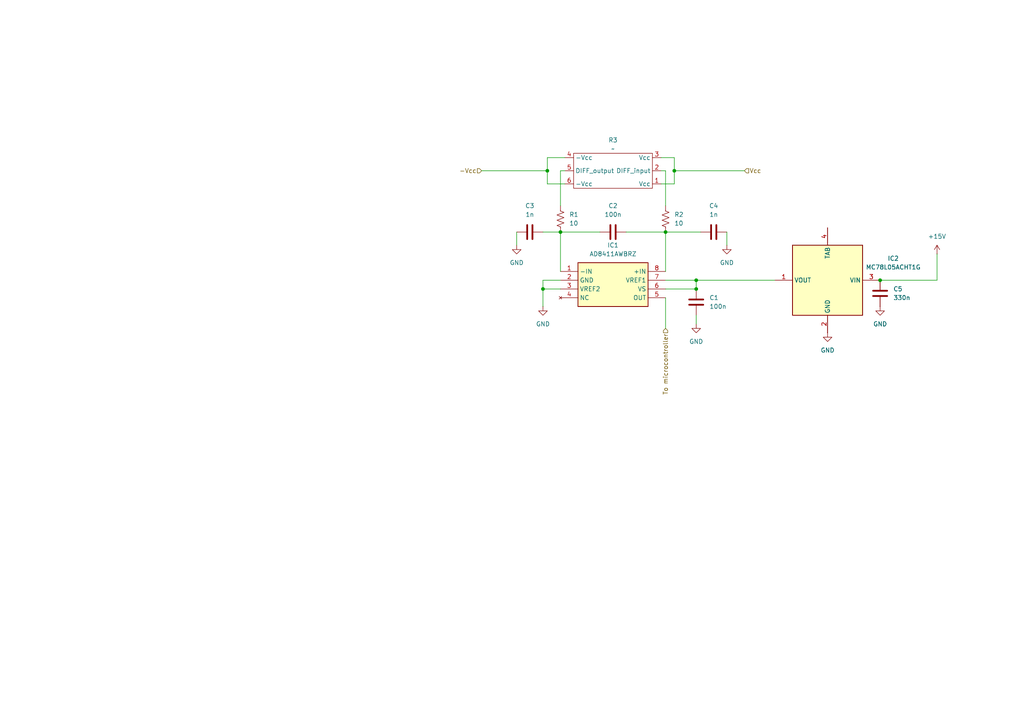
<source format=kicad_sch>
(kicad_sch
	(version 20231120)
	(generator "eeschema")
	(generator_version "8.0")
	(uuid "a939a8bf-2143-48d8-899a-a4763b80c351")
	(paper "A4")
	(lib_symbols
		(symbol "AD8411AWBRZ:AD8411AWBRZ"
			(exclude_from_sim no)
			(in_bom yes)
			(on_board yes)
			(property "Reference" "IC"
				(at 26.67 7.62 0)
				(effects
					(font
						(size 1.27 1.27)
					)
					(justify left top)
				)
			)
			(property "Value" "AD8411AWBRZ"
				(at 26.67 5.08 0)
				(effects
					(font
						(size 1.27 1.27)
					)
					(justify left top)
				)
			)
			(property "Footprint" "SOIC127P600X175-8N"
				(at 26.67 -94.92 0)
				(effects
					(font
						(size 1.27 1.27)
					)
					(justify left top)
					(hide yes)
				)
			)
			(property "Datasheet" "https://www.analog.com/AD8411A/datasheet"
				(at 26.67 -194.92 0)
				(effects
					(font
						(size 1.27 1.27)
					)
					(justify left top)
					(hide yes)
				)
			)
			(property "Description" "-2 V to 70 V Wide Input Voltage Range, 2.7 MHz High Bandwidth, Current-Sense Amplifier with PWM Rejection and Gain 50 V/V"
				(at 0 0 0)
				(effects
					(font
						(size 1.27 1.27)
					)
					(hide yes)
				)
			)
			(property "Height" "1.75"
				(at 26.67 -394.92 0)
				(effects
					(font
						(size 1.27 1.27)
					)
					(justify left top)
					(hide yes)
				)
			)
			(property "Mouser Part Number" "584-AD8411AWBRZ"
				(at 26.67 -494.92 0)
				(effects
					(font
						(size 1.27 1.27)
					)
					(justify left top)
					(hide yes)
				)
			)
			(property "Mouser Price/Stock" "https://www.mouser.co.uk/ProductDetail/Analog-Devices/AD8411AWBRZ?qs=Imq1NPwxi74eLUvkKTngDw%3D%3D"
				(at 26.67 -594.92 0)
				(effects
					(font
						(size 1.27 1.27)
					)
					(justify left top)
					(hide yes)
				)
			)
			(property "Manufacturer_Name" "Analog Devices"
				(at 26.67 -694.92 0)
				(effects
					(font
						(size 1.27 1.27)
					)
					(justify left top)
					(hide yes)
				)
			)
			(property "Manufacturer_Part_Number" "AD8411AWBRZ"
				(at 26.67 -794.92 0)
				(effects
					(font
						(size 1.27 1.27)
					)
					(justify left top)
					(hide yes)
				)
			)
			(symbol "AD8411AWBRZ_1_1"
				(rectangle
					(start 5.08 2.54)
					(end 25.4 -10.16)
					(stroke
						(width 0.254)
						(type default)
					)
					(fill
						(type background)
					)
				)
				(pin passive line
					(at 0 0 0)
					(length 5.08)
					(name "-IN"
						(effects
							(font
								(size 1.27 1.27)
							)
						)
					)
					(number "1"
						(effects
							(font
								(size 1.27 1.27)
							)
						)
					)
				)
				(pin passive line
					(at 0 -2.54 0)
					(length 5.08)
					(name "GND"
						(effects
							(font
								(size 1.27 1.27)
							)
						)
					)
					(number "2"
						(effects
							(font
								(size 1.27 1.27)
							)
						)
					)
				)
				(pin passive line
					(at 0 -5.08 0)
					(length 5.08)
					(name "VREF2"
						(effects
							(font
								(size 1.27 1.27)
							)
						)
					)
					(number "3"
						(effects
							(font
								(size 1.27 1.27)
							)
						)
					)
				)
				(pin no_connect line
					(at 0 -7.62 0)
					(length 5.08)
					(name "NC"
						(effects
							(font
								(size 1.27 1.27)
							)
						)
					)
					(number "4"
						(effects
							(font
								(size 1.27 1.27)
							)
						)
					)
				)
				(pin passive line
					(at 30.48 -7.62 180)
					(length 5.08)
					(name "OUT"
						(effects
							(font
								(size 1.27 1.27)
							)
						)
					)
					(number "5"
						(effects
							(font
								(size 1.27 1.27)
							)
						)
					)
				)
				(pin passive line
					(at 30.48 -5.08 180)
					(length 5.08)
					(name "VS"
						(effects
							(font
								(size 1.27 1.27)
							)
						)
					)
					(number "6"
						(effects
							(font
								(size 1.27 1.27)
							)
						)
					)
				)
				(pin passive line
					(at 30.48 -2.54 180)
					(length 5.08)
					(name "VREF1"
						(effects
							(font
								(size 1.27 1.27)
							)
						)
					)
					(number "7"
						(effects
							(font
								(size 1.27 1.27)
							)
						)
					)
				)
				(pin passive line
					(at 30.48 0 180)
					(length 5.08)
					(name "+IN"
						(effects
							(font
								(size 1.27 1.27)
							)
						)
					)
					(number "8"
						(effects
							(font
								(size 1.27 1.27)
							)
						)
					)
				)
			)
		)
		(symbol "Device:C"
			(pin_numbers hide)
			(pin_names
				(offset 0.254)
			)
			(exclude_from_sim no)
			(in_bom yes)
			(on_board yes)
			(property "Reference" "C"
				(at 0.635 2.54 0)
				(effects
					(font
						(size 1.27 1.27)
					)
					(justify left)
				)
			)
			(property "Value" "C"
				(at 0.635 -2.54 0)
				(effects
					(font
						(size 1.27 1.27)
					)
					(justify left)
				)
			)
			(property "Footprint" ""
				(at 0.9652 -3.81 0)
				(effects
					(font
						(size 1.27 1.27)
					)
					(hide yes)
				)
			)
			(property "Datasheet" "~"
				(at 0 0 0)
				(effects
					(font
						(size 1.27 1.27)
					)
					(hide yes)
				)
			)
			(property "Description" "Unpolarized capacitor"
				(at 0 0 0)
				(effects
					(font
						(size 1.27 1.27)
					)
					(hide yes)
				)
			)
			(property "ki_keywords" "cap capacitor"
				(at 0 0 0)
				(effects
					(font
						(size 1.27 1.27)
					)
					(hide yes)
				)
			)
			(property "ki_fp_filters" "C_*"
				(at 0 0 0)
				(effects
					(font
						(size 1.27 1.27)
					)
					(hide yes)
				)
			)
			(symbol "C_0_1"
				(polyline
					(pts
						(xy -2.032 -0.762) (xy 2.032 -0.762)
					)
					(stroke
						(width 0.508)
						(type default)
					)
					(fill
						(type none)
					)
				)
				(polyline
					(pts
						(xy -2.032 0.762) (xy 2.032 0.762)
					)
					(stroke
						(width 0.508)
						(type default)
					)
					(fill
						(type none)
					)
				)
			)
			(symbol "C_1_1"
				(pin passive line
					(at 0 3.81 270)
					(length 2.794)
					(name "~"
						(effects
							(font
								(size 1.27 1.27)
							)
						)
					)
					(number "1"
						(effects
							(font
								(size 1.27 1.27)
							)
						)
					)
				)
				(pin passive line
					(at 0 -3.81 90)
					(length 2.794)
					(name "~"
						(effects
							(font
								(size 1.27 1.27)
							)
						)
					)
					(number "2"
						(effects
							(font
								(size 1.27 1.27)
							)
						)
					)
				)
			)
		)
		(symbol "Device:R_US"
			(pin_numbers hide)
			(pin_names
				(offset 0)
			)
			(exclude_from_sim no)
			(in_bom yes)
			(on_board yes)
			(property "Reference" "R"
				(at 2.54 0 90)
				(effects
					(font
						(size 1.27 1.27)
					)
				)
			)
			(property "Value" "R_US"
				(at -2.54 0 90)
				(effects
					(font
						(size 1.27 1.27)
					)
				)
			)
			(property "Footprint" ""
				(at 1.016 -0.254 90)
				(effects
					(font
						(size 1.27 1.27)
					)
					(hide yes)
				)
			)
			(property "Datasheet" "~"
				(at 0 0 0)
				(effects
					(font
						(size 1.27 1.27)
					)
					(hide yes)
				)
			)
			(property "Description" "Resistor, US symbol"
				(at 0 0 0)
				(effects
					(font
						(size 1.27 1.27)
					)
					(hide yes)
				)
			)
			(property "ki_keywords" "R res resistor"
				(at 0 0 0)
				(effects
					(font
						(size 1.27 1.27)
					)
					(hide yes)
				)
			)
			(property "ki_fp_filters" "R_*"
				(at 0 0 0)
				(effects
					(font
						(size 1.27 1.27)
					)
					(hide yes)
				)
			)
			(symbol "R_US_0_1"
				(polyline
					(pts
						(xy 0 -2.286) (xy 0 -2.54)
					)
					(stroke
						(width 0)
						(type default)
					)
					(fill
						(type none)
					)
				)
				(polyline
					(pts
						(xy 0 2.286) (xy 0 2.54)
					)
					(stroke
						(width 0)
						(type default)
					)
					(fill
						(type none)
					)
				)
				(polyline
					(pts
						(xy 0 -0.762) (xy 1.016 -1.143) (xy 0 -1.524) (xy -1.016 -1.905) (xy 0 -2.286)
					)
					(stroke
						(width 0)
						(type default)
					)
					(fill
						(type none)
					)
				)
				(polyline
					(pts
						(xy 0 0.762) (xy 1.016 0.381) (xy 0 0) (xy -1.016 -0.381) (xy 0 -0.762)
					)
					(stroke
						(width 0)
						(type default)
					)
					(fill
						(type none)
					)
				)
				(polyline
					(pts
						(xy 0 2.286) (xy 1.016 1.905) (xy 0 1.524) (xy -1.016 1.143) (xy 0 0.762)
					)
					(stroke
						(width 0)
						(type default)
					)
					(fill
						(type none)
					)
				)
			)
			(symbol "R_US_1_1"
				(pin passive line
					(at 0 3.81 270)
					(length 1.27)
					(name "~"
						(effects
							(font
								(size 1.27 1.27)
							)
						)
					)
					(number "1"
						(effects
							(font
								(size 1.27 1.27)
							)
						)
					)
				)
				(pin passive line
					(at 0 -3.81 90)
					(length 1.27)
					(name "~"
						(effects
							(font
								(size 1.27 1.27)
							)
						)
					)
					(number "2"
						(effects
							(font
								(size 1.27 1.27)
							)
						)
					)
				)
			)
		)
		(symbol "MC78L05ACHT1G:MC78L05ACHT1G"
			(exclude_from_sim no)
			(in_bom yes)
			(on_board yes)
			(property "Reference" "IC"
				(at 26.67 15.24 0)
				(effects
					(font
						(size 1.27 1.27)
					)
					(justify left top)
				)
			)
			(property "Value" "MC78L05ACHT1G"
				(at 26.67 12.7 0)
				(effects
					(font
						(size 1.27 1.27)
					)
					(justify left top)
				)
			)
			(property "Footprint" "MC78L05ACHX_1"
				(at 26.67 -87.3 0)
				(effects
					(font
						(size 1.27 1.27)
					)
					(justify left top)
					(hide yes)
				)
			)
			(property "Datasheet" "https://www.onsemi.com/pub/Collateral/MC78L00A-D.PDF"
				(at 26.67 -187.3 0)
				(effects
					(font
						(size 1.27 1.27)
					)
					(justify left top)
					(hide yes)
				)
			)
			(property "Description" "Linear Voltage Regulators ANA 100MA 5V VREG"
				(at 0 0 0)
				(effects
					(font
						(size 1.27 1.27)
					)
					(hide yes)
				)
			)
			(property "Height" ""
				(at 26.67 -387.3 0)
				(effects
					(font
						(size 1.27 1.27)
					)
					(justify left top)
					(hide yes)
				)
			)
			(property "Farnell Part Number" ""
				(at 26.67 -487.3 0)
				(effects
					(font
						(size 1.27 1.27)
					)
					(justify left top)
					(hide yes)
				)
			)
			(property "Farnell Price/Stock" ""
				(at 26.67 -587.3 0)
				(effects
					(font
						(size 1.27 1.27)
					)
					(justify left top)
					(hide yes)
				)
			)
			(property "Manufacturer_Name" "onsemi"
				(at 26.67 -687.3 0)
				(effects
					(font
						(size 1.27 1.27)
					)
					(justify left top)
					(hide yes)
				)
			)
			(property "Manufacturer_Part_Number" "MC78L05ACHT1G"
				(at 26.67 -787.3 0)
				(effects
					(font
						(size 1.27 1.27)
					)
					(justify left top)
					(hide yes)
				)
			)
			(symbol "MC78L05ACHT1G_1_1"
				(rectangle
					(start 5.08 10.16)
					(end 25.4 -10.16)
					(stroke
						(width 0.254)
						(type default)
					)
					(fill
						(type background)
					)
				)
				(pin passive line
					(at 0 0 0)
					(length 5.08)
					(name "VOUT"
						(effects
							(font
								(size 1.27 1.27)
							)
						)
					)
					(number "1"
						(effects
							(font
								(size 1.27 1.27)
							)
						)
					)
				)
				(pin passive line
					(at 15.24 -15.24 90)
					(length 5.08)
					(name "GND"
						(effects
							(font
								(size 1.27 1.27)
							)
						)
					)
					(number "2"
						(effects
							(font
								(size 1.27 1.27)
							)
						)
					)
				)
				(pin passive line
					(at 30.48 0 180)
					(length 5.08)
					(name "VIN"
						(effects
							(font
								(size 1.27 1.27)
							)
						)
					)
					(number "3"
						(effects
							(font
								(size 1.27 1.27)
							)
						)
					)
				)
				(pin passive line
					(at 15.24 15.24 270)
					(length 5.08)
					(name "TAB"
						(effects
							(font
								(size 1.27 1.27)
							)
						)
					)
					(number "4"
						(effects
							(font
								(size 1.27 1.27)
							)
						)
					)
				)
			)
		)
		(symbol "R_m_schematic_Library:Rm"
			(exclude_from_sim no)
			(in_bom yes)
			(on_board yes)
			(property "Reference" "R"
				(at 0 8.636 0)
				(effects
					(font
						(size 1.27 1.27)
					)
				)
			)
			(property "Value" ""
				(at 0 0 0)
				(effects
					(font
						(size 1.27 1.27)
					)
				)
			)
			(property "Footprint" ""
				(at 0 0 0)
				(effects
					(font
						(size 1.27 1.27)
					)
					(hide yes)
				)
			)
			(property "Datasheet" ""
				(at 0 0 0)
				(effects
					(font
						(size 1.27 1.27)
					)
					(hide yes)
				)
			)
			(property "Description" ""
				(at 0 0 0)
				(effects
					(font
						(size 1.27 1.27)
					)
					(hide yes)
				)
			)
			(symbol "Rm_1_1"
				(rectangle
					(start -11.43 11.43)
					(end 11.43 1.27)
					(stroke
						(width 0)
						(type default)
					)
					(fill
						(type none)
					)
				)
				(pin bidirectional line
					(at -13.97 10.16 0)
					(length 2.54)
					(name "Vcc"
						(effects
							(font
								(size 1.27 1.27)
							)
						)
					)
					(number "1"
						(effects
							(font
								(size 1.27 1.27)
							)
						)
					)
				)
				(pin bidirectional line
					(at -13.97 6.35 0)
					(length 2.54)
					(name "DIFF_input"
						(effects
							(font
								(size 1.27 1.27)
							)
						)
					)
					(number "2"
						(effects
							(font
								(size 1.27 1.27)
							)
						)
					)
				)
				(pin bidirectional line
					(at -13.97 2.54 0)
					(length 2.54)
					(name "Vcc"
						(effects
							(font
								(size 1.27 1.27)
							)
						)
					)
					(number "3"
						(effects
							(font
								(size 1.27 1.27)
							)
						)
					)
				)
				(pin bidirectional line
					(at 13.97 2.54 180)
					(length 2.54)
					(name "-Vcc"
						(effects
							(font
								(size 1.27 1.27)
							)
						)
					)
					(number "4"
						(effects
							(font
								(size 1.27 1.27)
							)
						)
					)
				)
				(pin bidirectional line
					(at 13.97 6.35 180)
					(length 2.54)
					(name "DIFF_output"
						(effects
							(font
								(size 1.27 1.27)
							)
						)
					)
					(number "5"
						(effects
							(font
								(size 1.27 1.27)
							)
						)
					)
				)
				(pin bidirectional line
					(at 13.97 10.16 180)
					(length 2.54)
					(name "-Vcc"
						(effects
							(font
								(size 1.27 1.27)
							)
						)
					)
					(number "6"
						(effects
							(font
								(size 1.27 1.27)
							)
						)
					)
				)
			)
		)
		(symbol "power:+15V"
			(power)
			(pin_numbers hide)
			(pin_names
				(offset 0) hide)
			(exclude_from_sim no)
			(in_bom yes)
			(on_board yes)
			(property "Reference" "#PWR"
				(at 0 -3.81 0)
				(effects
					(font
						(size 1.27 1.27)
					)
					(hide yes)
				)
			)
			(property "Value" "+15V"
				(at 0 3.556 0)
				(effects
					(font
						(size 1.27 1.27)
					)
				)
			)
			(property "Footprint" ""
				(at 0 0 0)
				(effects
					(font
						(size 1.27 1.27)
					)
					(hide yes)
				)
			)
			(property "Datasheet" ""
				(at 0 0 0)
				(effects
					(font
						(size 1.27 1.27)
					)
					(hide yes)
				)
			)
			(property "Description" "Power symbol creates a global label with name \"+15V\""
				(at 0 0 0)
				(effects
					(font
						(size 1.27 1.27)
					)
					(hide yes)
				)
			)
			(property "ki_keywords" "global power"
				(at 0 0 0)
				(effects
					(font
						(size 1.27 1.27)
					)
					(hide yes)
				)
			)
			(symbol "+15V_0_1"
				(polyline
					(pts
						(xy -0.762 1.27) (xy 0 2.54)
					)
					(stroke
						(width 0)
						(type default)
					)
					(fill
						(type none)
					)
				)
				(polyline
					(pts
						(xy 0 0) (xy 0 2.54)
					)
					(stroke
						(width 0)
						(type default)
					)
					(fill
						(type none)
					)
				)
				(polyline
					(pts
						(xy 0 2.54) (xy 0.762 1.27)
					)
					(stroke
						(width 0)
						(type default)
					)
					(fill
						(type none)
					)
				)
			)
			(symbol "+15V_1_1"
				(pin power_in line
					(at 0 0 90)
					(length 0)
					(name "~"
						(effects
							(font
								(size 1.27 1.27)
							)
						)
					)
					(number "1"
						(effects
							(font
								(size 1.27 1.27)
							)
						)
					)
				)
			)
		)
		(symbol "power:GND"
			(power)
			(pin_numbers hide)
			(pin_names
				(offset 0) hide)
			(exclude_from_sim no)
			(in_bom yes)
			(on_board yes)
			(property "Reference" "#PWR"
				(at 0 -6.35 0)
				(effects
					(font
						(size 1.27 1.27)
					)
					(hide yes)
				)
			)
			(property "Value" "GND"
				(at 0 -3.81 0)
				(effects
					(font
						(size 1.27 1.27)
					)
				)
			)
			(property "Footprint" ""
				(at 0 0 0)
				(effects
					(font
						(size 1.27 1.27)
					)
					(hide yes)
				)
			)
			(property "Datasheet" ""
				(at 0 0 0)
				(effects
					(font
						(size 1.27 1.27)
					)
					(hide yes)
				)
			)
			(property "Description" "Power symbol creates a global label with name \"GND\" , ground"
				(at 0 0 0)
				(effects
					(font
						(size 1.27 1.27)
					)
					(hide yes)
				)
			)
			(property "ki_keywords" "global power"
				(at 0 0 0)
				(effects
					(font
						(size 1.27 1.27)
					)
					(hide yes)
				)
			)
			(symbol "GND_0_1"
				(polyline
					(pts
						(xy 0 0) (xy 0 -1.27) (xy 1.27 -1.27) (xy 0 -2.54) (xy -1.27 -1.27) (xy 0 -1.27)
					)
					(stroke
						(width 0)
						(type default)
					)
					(fill
						(type none)
					)
				)
			)
			(symbol "GND_1_1"
				(pin power_in line
					(at 0 0 270)
					(length 0)
					(name "~"
						(effects
							(font
								(size 1.27 1.27)
							)
						)
					)
					(number "1"
						(effects
							(font
								(size 1.27 1.27)
							)
						)
					)
				)
			)
		)
	)
	(junction
		(at 201.93 83.82)
		(diameter 0)
		(color 0 0 0 0)
		(uuid "126b0649-5ccb-4e57-96ee-9114453d5fb9")
	)
	(junction
		(at 193.04 67.31)
		(diameter 0)
		(color 0 0 0 0)
		(uuid "155d1a3d-7bd6-42c6-8ed2-95ffb59adeef")
	)
	(junction
		(at 157.48 83.82)
		(diameter 0)
		(color 0 0 0 0)
		(uuid "24e62163-59d6-43c8-bfb5-5d97d258d3bc")
	)
	(junction
		(at 195.58 49.53)
		(diameter 0)
		(color 0 0 0 0)
		(uuid "5f2f5e37-4218-43a4-9ba4-0cdecef487be")
	)
	(junction
		(at 158.75 49.53)
		(diameter 0)
		(color 0 0 0 0)
		(uuid "6b2547db-9270-47e7-bc4d-edb0628a2ec7")
	)
	(junction
		(at 162.56 67.31)
		(diameter 0)
		(color 0 0 0 0)
		(uuid "83277f68-17a6-4e3e-a97c-52054b05a1ca")
	)
	(junction
		(at 255.27 81.28)
		(diameter 0)
		(color 0 0 0 0)
		(uuid "af7e3666-9ebb-4882-91c5-3adb68d2ca43")
	)
	(junction
		(at 201.93 81.28)
		(diameter 0)
		(color 0 0 0 0)
		(uuid "d86ca400-34eb-4948-bcea-3211cbfe65f9")
	)
	(wire
		(pts
			(xy 271.78 73.66) (xy 271.78 81.28)
		)
		(stroke
			(width 0)
			(type default)
		)
		(uuid "021aba75-d2a9-4baf-9a33-57eb233425ce")
	)
	(wire
		(pts
			(xy 162.56 67.31) (xy 162.56 78.74)
		)
		(stroke
			(width 0)
			(type default)
		)
		(uuid "09f5abd7-d21c-44e0-92f0-726f103b7bb4")
	)
	(wire
		(pts
			(xy 193.04 67.31) (xy 203.2 67.31)
		)
		(stroke
			(width 0)
			(type default)
		)
		(uuid "16a194b7-8c38-40f1-87ed-1e03e234cfe9")
	)
	(wire
		(pts
			(xy 193.04 81.28) (xy 201.93 81.28)
		)
		(stroke
			(width 0)
			(type default)
		)
		(uuid "1cf6b724-0cba-48bf-aba2-5180f3df72a5")
	)
	(wire
		(pts
			(xy 193.04 49.53) (xy 191.77 49.53)
		)
		(stroke
			(width 0)
			(type default)
		)
		(uuid "215f4459-c6e0-4aa9-83a2-cd790d2653ff")
	)
	(wire
		(pts
			(xy 195.58 45.72) (xy 195.58 49.53)
		)
		(stroke
			(width 0)
			(type default)
		)
		(uuid "23afaff0-b134-4be2-98a9-2d02a206d903")
	)
	(wire
		(pts
			(xy 162.56 81.28) (xy 157.48 81.28)
		)
		(stroke
			(width 0)
			(type default)
		)
		(uuid "263fbe56-0317-4e17-b116-8e14864e7b14")
	)
	(wire
		(pts
			(xy 149.86 67.31) (xy 149.86 71.12)
		)
		(stroke
			(width 0)
			(type default)
		)
		(uuid "347a1a3b-439d-4fb8-bfae-323dc629239f")
	)
	(wire
		(pts
			(xy 163.83 53.34) (xy 158.75 53.34)
		)
		(stroke
			(width 0)
			(type default)
		)
		(uuid "3d4ddf53-9c61-4db8-91cf-01457bdd9dcd")
	)
	(wire
		(pts
			(xy 195.58 49.53) (xy 195.58 53.34)
		)
		(stroke
			(width 0)
			(type default)
		)
		(uuid "43543a04-be28-4289-8aaf-436b29154fc6")
	)
	(wire
		(pts
			(xy 158.75 49.53) (xy 158.75 45.72)
		)
		(stroke
			(width 0)
			(type default)
		)
		(uuid "58b9b84a-4137-411f-848e-008c270b74d5")
	)
	(wire
		(pts
			(xy 191.77 45.72) (xy 195.58 45.72)
		)
		(stroke
			(width 0)
			(type default)
		)
		(uuid "6659d79c-d93d-40fc-afe3-4d7b31ed40aa")
	)
	(wire
		(pts
			(xy 193.04 67.31) (xy 193.04 78.74)
		)
		(stroke
			(width 0)
			(type default)
		)
		(uuid "72f5ee2f-bd67-4e0d-96cb-d8c42839f0ee")
	)
	(wire
		(pts
			(xy 210.82 67.31) (xy 210.82 71.12)
		)
		(stroke
			(width 0)
			(type default)
		)
		(uuid "7a44b785-0c7e-4519-a012-9266b958501a")
	)
	(wire
		(pts
			(xy 181.61 67.31) (xy 193.04 67.31)
		)
		(stroke
			(width 0)
			(type default)
		)
		(uuid "7a87ad60-fa0c-4feb-95cd-2a0a689ea2bf")
	)
	(wire
		(pts
			(xy 215.9 49.53) (xy 195.58 49.53)
		)
		(stroke
			(width 0)
			(type default)
		)
		(uuid "7bcab95f-d157-47af-a091-8826179f0cde")
	)
	(wire
		(pts
			(xy 201.93 81.28) (xy 224.79 81.28)
		)
		(stroke
			(width 0)
			(type default)
		)
		(uuid "84e65abf-e4d6-42f1-8778-f0b50546c7d8")
	)
	(wire
		(pts
			(xy 195.58 53.34) (xy 191.77 53.34)
		)
		(stroke
			(width 0)
			(type default)
		)
		(uuid "8511c53d-b798-4d10-9232-d1e161910c8b")
	)
	(wire
		(pts
			(xy 201.93 83.82) (xy 201.93 81.28)
		)
		(stroke
			(width 0)
			(type default)
		)
		(uuid "85535946-962b-403d-99c6-a785cd566bc5")
	)
	(wire
		(pts
			(xy 162.56 83.82) (xy 157.48 83.82)
		)
		(stroke
			(width 0)
			(type default)
		)
		(uuid "8acfadb5-97a2-4efd-aea0-cec196e93bf7")
	)
	(wire
		(pts
			(xy 201.93 91.44) (xy 201.93 93.98)
		)
		(stroke
			(width 0)
			(type default)
		)
		(uuid "8b64b29a-e5e0-401a-8fd0-95dab8874078")
	)
	(wire
		(pts
			(xy 157.48 83.82) (xy 157.48 88.9)
		)
		(stroke
			(width 0)
			(type default)
		)
		(uuid "900bce6d-8082-4d27-b3e3-8d9e2d7b9c87")
	)
	(wire
		(pts
			(xy 193.04 59.69) (xy 193.04 49.53)
		)
		(stroke
			(width 0)
			(type default)
		)
		(uuid "95734a6c-7cd4-4e1b-ac3e-ba9271e7fa96")
	)
	(wire
		(pts
			(xy 193.04 86.36) (xy 193.04 95.25)
		)
		(stroke
			(width 0)
			(type default)
		)
		(uuid "95e50ba2-3e3e-4e5c-a05f-698f0a08f99b")
	)
	(wire
		(pts
			(xy 139.7 49.53) (xy 158.75 49.53)
		)
		(stroke
			(width 0)
			(type default)
		)
		(uuid "a96e89bf-eff1-4695-98b7-b132c3f949e9")
	)
	(wire
		(pts
			(xy 271.78 81.28) (xy 255.27 81.28)
		)
		(stroke
			(width 0)
			(type default)
		)
		(uuid "b91895de-0d7a-470e-97c3-a09da79684b2")
	)
	(wire
		(pts
			(xy 158.75 45.72) (xy 163.83 45.72)
		)
		(stroke
			(width 0)
			(type default)
		)
		(uuid "c000ea16-36bf-4383-aaed-1458dfb475f8")
	)
	(wire
		(pts
			(xy 158.75 53.34) (xy 158.75 49.53)
		)
		(stroke
			(width 0)
			(type default)
		)
		(uuid "c1a31748-9ceb-45e7-8eb1-799ef35a4660")
	)
	(wire
		(pts
			(xy 157.48 67.31) (xy 162.56 67.31)
		)
		(stroke
			(width 0)
			(type default)
		)
		(uuid "c5908f57-410f-4316-9df7-c7602a8f1d93")
	)
	(wire
		(pts
			(xy 157.48 81.28) (xy 157.48 83.82)
		)
		(stroke
			(width 0)
			(type default)
		)
		(uuid "d02ec663-801b-424f-ad6c-9bccf03380ce")
	)
	(wire
		(pts
			(xy 162.56 59.69) (xy 162.56 49.53)
		)
		(stroke
			(width 0)
			(type default)
		)
		(uuid "e202df09-9ad5-413b-8e56-f9516d2dbf56")
	)
	(wire
		(pts
			(xy 162.56 49.53) (xy 163.83 49.53)
		)
		(stroke
			(width 0)
			(type default)
		)
		(uuid "e230e9f4-d9b1-4964-9e20-7586b8c9c5e0")
	)
	(wire
		(pts
			(xy 193.04 83.82) (xy 201.93 83.82)
		)
		(stroke
			(width 0)
			(type default)
		)
		(uuid "e604bd7e-8b29-4a39-b2e1-55c39638ede8")
	)
	(wire
		(pts
			(xy 173.99 67.31) (xy 162.56 67.31)
		)
		(stroke
			(width 0)
			(type default)
		)
		(uuid "f1bb7fb7-e486-4a4a-9658-856a2020c206")
	)
	(hierarchical_label "To microcontroller"
		(shape input)
		(at 193.04 95.25 270)
		(fields_autoplaced yes)
		(effects
			(font
				(size 1.27 1.27)
			)
			(justify right)
		)
		(uuid "046d5846-9a4a-4fa6-b837-ec77081ee3fd")
	)
	(hierarchical_label "-Vcc"
		(shape input)
		(at 139.7 49.53 180)
		(fields_autoplaced yes)
		(effects
			(font
				(size 1.27 1.27)
			)
			(justify right)
		)
		(uuid "402383af-6758-456b-b0c8-d8ab840484a8")
	)
	(hierarchical_label "Vcc"
		(shape input)
		(at 215.9 49.53 0)
		(fields_autoplaced yes)
		(effects
			(font
				(size 1.27 1.27)
			)
			(justify left)
		)
		(uuid "d883a572-a626-492f-addc-f496120aaa22")
	)
	(symbol
		(lib_id "Device:C")
		(at 201.93 87.63 0)
		(unit 1)
		(exclude_from_sim no)
		(in_bom yes)
		(on_board yes)
		(dnp no)
		(fields_autoplaced yes)
		(uuid "29d3214f-007b-4d59-82a4-c989dd8cee11")
		(property "Reference" "C1"
			(at 205.74 86.3599 0)
			(effects
				(font
					(size 1.27 1.27)
				)
				(justify left)
			)
		)
		(property "Value" "100n"
			(at 205.74 88.8999 0)
			(effects
				(font
					(size 1.27 1.27)
				)
				(justify left)
			)
		)
		(property "Footprint" "Capacitor_SMD:C_0805_2012Metric"
			(at 202.8952 91.44 0)
			(effects
				(font
					(size 1.27 1.27)
				)
				(hide yes)
			)
		)
		(property "Datasheet" "~"
			(at 201.93 87.63 0)
			(effects
				(font
					(size 1.27 1.27)
				)
				(hide yes)
			)
		)
		(property "Description" "Unpolarized capacitor"
			(at 201.93 87.63 0)
			(effects
				(font
					(size 1.27 1.27)
				)
				(hide yes)
			)
		)
		(pin "2"
			(uuid "16f48f06-04c6-4e97-a371-d3ef8a0b0485")
		)
		(pin "1"
			(uuid "465ebeea-eb9f-452b-b29b-f36dc1697ba2")
		)
		(instances
			(project ""
				(path "/a939a8bf-2143-48d8-899a-a4763b80c351"
					(reference "C1")
					(unit 1)
				)
			)
		)
	)
	(symbol
		(lib_id "Device:C")
		(at 153.67 67.31 90)
		(unit 1)
		(exclude_from_sim no)
		(in_bom yes)
		(on_board yes)
		(dnp no)
		(fields_autoplaced yes)
		(uuid "3c0f8d6a-c944-403c-b23a-85d6cabc7689")
		(property "Reference" "C3"
			(at 153.67 59.69 90)
			(effects
				(font
					(size 1.27 1.27)
				)
			)
		)
		(property "Value" "1n"
			(at 153.67 62.23 90)
			(effects
				(font
					(size 1.27 1.27)
				)
			)
		)
		(property "Footprint" "Capacitor_SMD:C_0805_2012Metric"
			(at 157.48 66.3448 0)
			(effects
				(font
					(size 1.27 1.27)
				)
				(hide yes)
			)
		)
		(property "Datasheet" "~"
			(at 153.67 67.31 0)
			(effects
				(font
					(size 1.27 1.27)
				)
				(hide yes)
			)
		)
		(property "Description" "Unpolarized capacitor"
			(at 153.67 67.31 0)
			(effects
				(font
					(size 1.27 1.27)
				)
				(hide yes)
			)
		)
		(pin "2"
			(uuid "aebaf656-295b-4afe-94bf-1e451c9e87af")
		)
		(pin "1"
			(uuid "295016e9-a6af-4838-8664-462fa33f14da")
		)
		(instances
			(project "Differentsialförstärkare"
				(path "/a939a8bf-2143-48d8-899a-a4763b80c351"
					(reference "C3")
					(unit 1)
				)
			)
		)
	)
	(symbol
		(lib_id "power:GND")
		(at 149.86 71.12 0)
		(unit 1)
		(exclude_from_sim no)
		(in_bom yes)
		(on_board yes)
		(dnp no)
		(fields_autoplaced yes)
		(uuid "77812f16-4bc8-4192-96cd-91a83dd61bdd")
		(property "Reference" "#PWR02"
			(at 149.86 77.47 0)
			(effects
				(font
					(size 1.27 1.27)
				)
				(hide yes)
			)
		)
		(property "Value" "GND"
			(at 149.86 76.2 0)
			(effects
				(font
					(size 1.27 1.27)
				)
			)
		)
		(property "Footprint" ""
			(at 149.86 71.12 0)
			(effects
				(font
					(size 1.27 1.27)
				)
				(hide yes)
			)
		)
		(property "Datasheet" ""
			(at 149.86 71.12 0)
			(effects
				(font
					(size 1.27 1.27)
				)
				(hide yes)
			)
		)
		(property "Description" "Power symbol creates a global label with name \"GND\" , ground"
			(at 149.86 71.12 0)
			(effects
				(font
					(size 1.27 1.27)
				)
				(hide yes)
			)
		)
		(pin "1"
			(uuid "869d892d-21de-4812-9046-00778ca0ba46")
		)
		(instances
			(project "Differentsialförstärkare"
				(path "/a939a8bf-2143-48d8-899a-a4763b80c351"
					(reference "#PWR02")
					(unit 1)
				)
			)
		)
	)
	(symbol
		(lib_id "Device:C")
		(at 207.01 67.31 90)
		(unit 1)
		(exclude_from_sim no)
		(in_bom yes)
		(on_board yes)
		(dnp no)
		(fields_autoplaced yes)
		(uuid "7b3e07ab-5b52-498b-9d2a-f1e2e4a895d7")
		(property "Reference" "C4"
			(at 207.01 59.69 90)
			(effects
				(font
					(size 1.27 1.27)
				)
			)
		)
		(property "Value" "1n"
			(at 207.01 62.23 90)
			(effects
				(font
					(size 1.27 1.27)
				)
			)
		)
		(property "Footprint" "Capacitor_SMD:C_0805_2012Metric"
			(at 210.82 66.3448 0)
			(effects
				(font
					(size 1.27 1.27)
				)
				(hide yes)
			)
		)
		(property "Datasheet" "~"
			(at 207.01 67.31 0)
			(effects
				(font
					(size 1.27 1.27)
				)
				(hide yes)
			)
		)
		(property "Description" "Unpolarized capacitor"
			(at 207.01 67.31 0)
			(effects
				(font
					(size 1.27 1.27)
				)
				(hide yes)
			)
		)
		(pin "2"
			(uuid "5f550d0e-b0fe-4496-9f72-b52e7a42e1fb")
		)
		(pin "1"
			(uuid "b8aeec88-6c7c-4437-a549-ec665f081a92")
		)
		(instances
			(project "Differentsialförstärkare"
				(path "/a939a8bf-2143-48d8-899a-a4763b80c351"
					(reference "C4")
					(unit 1)
				)
			)
		)
	)
	(symbol
		(lib_id "AD8411AWBRZ:AD8411AWBRZ")
		(at 162.56 78.74 0)
		(unit 1)
		(exclude_from_sim no)
		(in_bom yes)
		(on_board yes)
		(dnp no)
		(fields_autoplaced yes)
		(uuid "7cc71b49-698d-4e94-b1f9-c6fcccc72c58")
		(property "Reference" "IC1"
			(at 177.8 71.12 0)
			(effects
				(font
					(size 1.27 1.27)
				)
			)
		)
		(property "Value" "AD8411AWBRZ"
			(at 177.8 73.66 0)
			(effects
				(font
					(size 1.27 1.27)
				)
			)
		)
		(property "Footprint" "KiCad:SOIC127P600X175-8N"
			(at 189.23 173.66 0)
			(effects
				(font
					(size 1.27 1.27)
				)
				(justify left top)
				(hide yes)
			)
		)
		(property "Datasheet" "https://www.analog.com/AD8411A/datasheet"
			(at 189.23 273.66 0)
			(effects
				(font
					(size 1.27 1.27)
				)
				(justify left top)
				(hide yes)
			)
		)
		(property "Description" "-2 V to 70 V Wide Input Voltage Range, 2.7 MHz High Bandwidth, Current-Sense Amplifier with PWM Rejection and Gain 50 V/V"
			(at 162.56 78.74 0)
			(effects
				(font
					(size 1.27 1.27)
				)
				(hide yes)
			)
		)
		(property "Height" "1.75"
			(at 189.23 473.66 0)
			(effects
				(font
					(size 1.27 1.27)
				)
				(justify left top)
				(hide yes)
			)
		)
		(property "Mouser Part Number" "584-AD8411AWBRZ"
			(at 189.23 573.66 0)
			(effects
				(font
					(size 1.27 1.27)
				)
				(justify left top)
				(hide yes)
			)
		)
		(property "Mouser Price/Stock" "https://www.mouser.co.uk/ProductDetail/Analog-Devices/AD8411AWBRZ?qs=Imq1NPwxi74eLUvkKTngDw%3D%3D"
			(at 189.23 673.66 0)
			(effects
				(font
					(size 1.27 1.27)
				)
				(justify left top)
				(hide yes)
			)
		)
		(property "Manufacturer_Name" "Analog Devices"
			(at 189.23 773.66 0)
			(effects
				(font
					(size 1.27 1.27)
				)
				(justify left top)
				(hide yes)
			)
		)
		(property "Manufacturer_Part_Number" "AD8411AWBRZ"
			(at 189.23 873.66 0)
			(effects
				(font
					(size 1.27 1.27)
				)
				(justify left top)
				(hide yes)
			)
		)
		(pin "4"
			(uuid "abd26375-faf3-4845-a1c0-877cfbb3686a")
		)
		(pin "8"
			(uuid "4c0afff2-ad99-4d70-a46b-62c7fe2a8b14")
		)
		(pin "1"
			(uuid "4089d22a-e66f-4a46-9add-b4c342fc2584")
		)
		(pin "2"
			(uuid "a420cab6-8f9d-4c77-9f0d-87589493b85b")
		)
		(pin "6"
			(uuid "a5798e49-80eb-4fef-821f-aa533662dc0d")
		)
		(pin "7"
			(uuid "3f3952d4-e506-406f-8213-1230a1a468f4")
		)
		(pin "3"
			(uuid "691391f4-cf58-4580-a1cc-54b483406ee5")
		)
		(pin "5"
			(uuid "bf8cdb5d-12ad-4e52-84b1-b6fa57197794")
		)
		(instances
			(project ""
				(path "/a939a8bf-2143-48d8-899a-a4763b80c351"
					(reference "IC1")
					(unit 1)
				)
			)
		)
	)
	(symbol
		(lib_id "power:+15V")
		(at 271.78 73.66 0)
		(unit 1)
		(exclude_from_sim no)
		(in_bom yes)
		(on_board yes)
		(dnp no)
		(fields_autoplaced yes)
		(uuid "7faafd8c-6e03-4934-b0e4-4ab3e07bca91")
		(property "Reference" "#PWR06"
			(at 271.78 77.47 0)
			(effects
				(font
					(size 1.27 1.27)
				)
				(hide yes)
			)
		)
		(property "Value" "+15V"
			(at 271.78 68.58 0)
			(effects
				(font
					(size 1.27 1.27)
				)
			)
		)
		(property "Footprint" ""
			(at 271.78 73.66 0)
			(effects
				(font
					(size 1.27 1.27)
				)
				(hide yes)
			)
		)
		(property "Datasheet" ""
			(at 271.78 73.66 0)
			(effects
				(font
					(size 1.27 1.27)
				)
				(hide yes)
			)
		)
		(property "Description" "Power symbol creates a global label with name \"+15V\""
			(at 271.78 73.66 0)
			(effects
				(font
					(size 1.27 1.27)
				)
				(hide yes)
			)
		)
		(pin "1"
			(uuid "bb417f88-4f80-47f7-a988-710696462287")
		)
		(instances
			(project ""
				(path "/a939a8bf-2143-48d8-899a-a4763b80c351"
					(reference "#PWR06")
					(unit 1)
				)
			)
		)
	)
	(symbol
		(lib_id "power:GND")
		(at 201.93 93.98 0)
		(unit 1)
		(exclude_from_sim no)
		(in_bom yes)
		(on_board yes)
		(dnp no)
		(fields_autoplaced yes)
		(uuid "99ffccff-c839-4a88-9154-1723a4a33005")
		(property "Reference" "#PWR01"
			(at 201.93 100.33 0)
			(effects
				(font
					(size 1.27 1.27)
				)
				(hide yes)
			)
		)
		(property "Value" "GND"
			(at 201.93 99.06 0)
			(effects
				(font
					(size 1.27 1.27)
				)
			)
		)
		(property "Footprint" ""
			(at 201.93 93.98 0)
			(effects
				(font
					(size 1.27 1.27)
				)
				(hide yes)
			)
		)
		(property "Datasheet" ""
			(at 201.93 93.98 0)
			(effects
				(font
					(size 1.27 1.27)
				)
				(hide yes)
			)
		)
		(property "Description" "Power symbol creates a global label with name \"GND\" , ground"
			(at 201.93 93.98 0)
			(effects
				(font
					(size 1.27 1.27)
				)
				(hide yes)
			)
		)
		(pin "1"
			(uuid "90d9432b-f906-4db7-b0f7-14182dfc4f82")
		)
		(instances
			(project "Differentsialförstärkare"
				(path "/a939a8bf-2143-48d8-899a-a4763b80c351"
					(reference "#PWR01")
					(unit 1)
				)
			)
		)
	)
	(symbol
		(lib_id "power:GND")
		(at 255.27 88.9 0)
		(unit 1)
		(exclude_from_sim no)
		(in_bom yes)
		(on_board yes)
		(dnp no)
		(fields_autoplaced yes)
		(uuid "a0859deb-69fd-4b74-922c-5ff62172b0ba")
		(property "Reference" "#PWR03"
			(at 255.27 95.25 0)
			(effects
				(font
					(size 1.27 1.27)
				)
				(hide yes)
			)
		)
		(property "Value" "GND"
			(at 255.27 93.98 0)
			(effects
				(font
					(size 1.27 1.27)
				)
			)
		)
		(property "Footprint" ""
			(at 255.27 88.9 0)
			(effects
				(font
					(size 1.27 1.27)
				)
				(hide yes)
			)
		)
		(property "Datasheet" ""
			(at 255.27 88.9 0)
			(effects
				(font
					(size 1.27 1.27)
				)
				(hide yes)
			)
		)
		(property "Description" "Power symbol creates a global label with name \"GND\" , ground"
			(at 255.27 88.9 0)
			(effects
				(font
					(size 1.27 1.27)
				)
				(hide yes)
			)
		)
		(pin "1"
			(uuid "e713cdbb-2a15-4579-b0ab-fda1e17db9af")
		)
		(instances
			(project "Differentsialförstärkare"
				(path "/a939a8bf-2143-48d8-899a-a4763b80c351"
					(reference "#PWR03")
					(unit 1)
				)
			)
		)
	)
	(symbol
		(lib_id "Device:C")
		(at 177.8 67.31 90)
		(unit 1)
		(exclude_from_sim no)
		(in_bom yes)
		(on_board yes)
		(dnp no)
		(fields_autoplaced yes)
		(uuid "a1fbbd40-2fc3-47bb-98c7-0210d78e4bfe")
		(property "Reference" "C2"
			(at 177.8 59.69 90)
			(effects
				(font
					(size 1.27 1.27)
				)
			)
		)
		(property "Value" "100n"
			(at 177.8 62.23 90)
			(effects
				(font
					(size 1.27 1.27)
				)
			)
		)
		(property "Footprint" "Capacitor_SMD:C_0805_2012Metric"
			(at 181.61 66.3448 0)
			(effects
				(font
					(size 1.27 1.27)
				)
				(hide yes)
			)
		)
		(property "Datasheet" "~"
			(at 177.8 67.31 0)
			(effects
				(font
					(size 1.27 1.27)
				)
				(hide yes)
			)
		)
		(property "Description" "Unpolarized capacitor"
			(at 177.8 67.31 0)
			(effects
				(font
					(size 1.27 1.27)
				)
				(hide yes)
			)
		)
		(pin "2"
			(uuid "c414524d-cb86-4ed5-ad5b-62faedc665f0")
		)
		(pin "1"
			(uuid "dd0ac039-4fd7-4021-ab0d-91ec2c5a94e5")
		)
		(instances
			(project "Differentsialförstärkare"
				(path "/a939a8bf-2143-48d8-899a-a4763b80c351"
					(reference "C2")
					(unit 1)
				)
			)
		)
	)
	(symbol
		(lib_id "Device:C")
		(at 255.27 85.09 180)
		(unit 1)
		(exclude_from_sim no)
		(in_bom yes)
		(on_board yes)
		(dnp no)
		(fields_autoplaced yes)
		(uuid "a6ea61a4-e723-4cc2-bb5b-ec716aa05768")
		(property "Reference" "C5"
			(at 259.08 83.8199 0)
			(effects
				(font
					(size 1.27 1.27)
				)
				(justify right)
			)
		)
		(property "Value" "330n"
			(at 259.08 86.3599 0)
			(effects
				(font
					(size 1.27 1.27)
				)
				(justify right)
			)
		)
		(property "Footprint" "Capacitor_SMD:C_0805_2012Metric"
			(at 254.3048 81.28 0)
			(effects
				(font
					(size 1.27 1.27)
				)
				(hide yes)
			)
		)
		(property "Datasheet" "~"
			(at 255.27 85.09 0)
			(effects
				(font
					(size 1.27 1.27)
				)
				(hide yes)
			)
		)
		(property "Description" "Unpolarized capacitor"
			(at 255.27 85.09 0)
			(effects
				(font
					(size 1.27 1.27)
				)
				(hide yes)
			)
		)
		(pin "2"
			(uuid "b0fd9578-06ce-4a91-9d4e-a8f1bf386e08")
		)
		(pin "1"
			(uuid "a47e5a27-e5e1-460c-87cc-b3d470309c41")
		)
		(instances
			(project "Differentsialförstärkare"
				(path "/a939a8bf-2143-48d8-899a-a4763b80c351"
					(reference "C5")
					(unit 1)
				)
			)
		)
	)
	(symbol
		(lib_id "power:GND")
		(at 240.03 96.52 0)
		(unit 1)
		(exclude_from_sim no)
		(in_bom yes)
		(on_board yes)
		(dnp no)
		(fields_autoplaced yes)
		(uuid "abcce8fa-4ffa-4a1e-87d2-dc0d260ec668")
		(property "Reference" "#PWR07"
			(at 240.03 102.87 0)
			(effects
				(font
					(size 1.27 1.27)
				)
				(hide yes)
			)
		)
		(property "Value" "GND"
			(at 240.03 101.6 0)
			(effects
				(font
					(size 1.27 1.27)
				)
			)
		)
		(property "Footprint" ""
			(at 240.03 96.52 0)
			(effects
				(font
					(size 1.27 1.27)
				)
				(hide yes)
			)
		)
		(property "Datasheet" ""
			(at 240.03 96.52 0)
			(effects
				(font
					(size 1.27 1.27)
				)
				(hide yes)
			)
		)
		(property "Description" "Power symbol creates a global label with name \"GND\" , ground"
			(at 240.03 96.52 0)
			(effects
				(font
					(size 1.27 1.27)
				)
				(hide yes)
			)
		)
		(pin "1"
			(uuid "ac567d9a-bb8f-4c8f-b834-6b506073340d")
		)
		(instances
			(project "Differentsialförstärkare"
				(path "/a939a8bf-2143-48d8-899a-a4763b80c351"
					(reference "#PWR07")
					(unit 1)
				)
			)
		)
	)
	(symbol
		(lib_id "power:GND")
		(at 210.82 71.12 0)
		(unit 1)
		(exclude_from_sim no)
		(in_bom yes)
		(on_board yes)
		(dnp no)
		(fields_autoplaced yes)
		(uuid "b85dbf59-097f-4c66-8586-5bd16bf5b7f2")
		(property "Reference" "#PWR05"
			(at 210.82 77.47 0)
			(effects
				(font
					(size 1.27 1.27)
				)
				(hide yes)
			)
		)
		(property "Value" "GND"
			(at 210.82 76.2 0)
			(effects
				(font
					(size 1.27 1.27)
				)
			)
		)
		(property "Footprint" ""
			(at 210.82 71.12 0)
			(effects
				(font
					(size 1.27 1.27)
				)
				(hide yes)
			)
		)
		(property "Datasheet" ""
			(at 210.82 71.12 0)
			(effects
				(font
					(size 1.27 1.27)
				)
				(hide yes)
			)
		)
		(property "Description" "Power symbol creates a global label with name \"GND\" , ground"
			(at 210.82 71.12 0)
			(effects
				(font
					(size 1.27 1.27)
				)
				(hide yes)
			)
		)
		(pin "1"
			(uuid "2d6194e6-307f-49eb-a9d4-37299d02fd17")
		)
		(instances
			(project "Differentsialförstärkare"
				(path "/a939a8bf-2143-48d8-899a-a4763b80c351"
					(reference "#PWR05")
					(unit 1)
				)
			)
		)
	)
	(symbol
		(lib_id "Device:R_US")
		(at 162.56 63.5 0)
		(unit 1)
		(exclude_from_sim no)
		(in_bom yes)
		(on_board yes)
		(dnp no)
		(fields_autoplaced yes)
		(uuid "ba0ba341-de96-4213-8bdf-c228ebcf90f1")
		(property "Reference" "R1"
			(at 165.1 62.2299 0)
			(effects
				(font
					(size 1.27 1.27)
				)
				(justify left)
			)
		)
		(property "Value" "10"
			(at 165.1 64.7699 0)
			(effects
				(font
					(size 1.27 1.27)
				)
				(justify left)
			)
		)
		(property "Footprint" "Resistor_SMD:R_0805_2012Metric"
			(at 163.576 63.754 90)
			(effects
				(font
					(size 1.27 1.27)
				)
				(hide yes)
			)
		)
		(property "Datasheet" "~"
			(at 162.56 63.5 0)
			(effects
				(font
					(size 1.27 1.27)
				)
				(hide yes)
			)
		)
		(property "Description" "Resistor, US symbol"
			(at 162.56 63.5 0)
			(effects
				(font
					(size 1.27 1.27)
				)
				(hide yes)
			)
		)
		(pin "2"
			(uuid "cef8c920-5c0c-4f2b-96fb-37145ab07538")
		)
		(pin "1"
			(uuid "301db93b-4b1d-4aa9-9357-9764c1946c50")
		)
		(instances
			(project ""
				(path "/a939a8bf-2143-48d8-899a-a4763b80c351"
					(reference "R1")
					(unit 1)
				)
			)
		)
	)
	(symbol
		(lib_id "power:GND")
		(at 157.48 88.9 0)
		(unit 1)
		(exclude_from_sim no)
		(in_bom yes)
		(on_board yes)
		(dnp no)
		(fields_autoplaced yes)
		(uuid "cfdb4a2d-7520-4b9e-b84d-d101394f2fba")
		(property "Reference" "#PWR04"
			(at 157.48 95.25 0)
			(effects
				(font
					(size 1.27 1.27)
				)
				(hide yes)
			)
		)
		(property "Value" "GND"
			(at 157.48 93.98 0)
			(effects
				(font
					(size 1.27 1.27)
				)
			)
		)
		(property "Footprint" ""
			(at 157.48 88.9 0)
			(effects
				(font
					(size 1.27 1.27)
				)
				(hide yes)
			)
		)
		(property "Datasheet" ""
			(at 157.48 88.9 0)
			(effects
				(font
					(size 1.27 1.27)
				)
				(hide yes)
			)
		)
		(property "Description" "Power symbol creates a global label with name \"GND\" , ground"
			(at 157.48 88.9 0)
			(effects
				(font
					(size 1.27 1.27)
				)
				(hide yes)
			)
		)
		(pin "1"
			(uuid "d9ff3731-982c-4f7e-a1e6-888c2410d0b2")
		)
		(instances
			(project ""
				(path "/a939a8bf-2143-48d8-899a-a4763b80c351"
					(reference "#PWR04")
					(unit 1)
				)
			)
		)
	)
	(symbol
		(lib_id "Device:R_US")
		(at 193.04 63.5 0)
		(unit 1)
		(exclude_from_sim no)
		(in_bom yes)
		(on_board yes)
		(dnp no)
		(fields_autoplaced yes)
		(uuid "ea0ce3bf-3b88-4b07-b416-1e48a2603979")
		(property "Reference" "R2"
			(at 195.58 62.2299 0)
			(effects
				(font
					(size 1.27 1.27)
				)
				(justify left)
			)
		)
		(property "Value" "10"
			(at 195.58 64.7699 0)
			(effects
				(font
					(size 1.27 1.27)
				)
				(justify left)
			)
		)
		(property "Footprint" "Resistor_SMD:R_0805_2012Metric"
			(at 194.056 63.754 90)
			(effects
				(font
					(size 1.27 1.27)
				)
				(hide yes)
			)
		)
		(property "Datasheet" "~"
			(at 193.04 63.5 0)
			(effects
				(font
					(size 1.27 1.27)
				)
				(hide yes)
			)
		)
		(property "Description" "Resistor, US symbol"
			(at 193.04 63.5 0)
			(effects
				(font
					(size 1.27 1.27)
				)
				(hide yes)
			)
		)
		(pin "2"
			(uuid "20a34895-4c4f-4b77-805a-15164ec48263")
		)
		(pin "1"
			(uuid "246079c1-31a2-48c1-a791-cef12745f385")
		)
		(instances
			(project "Differentsialförstärkare"
				(path "/a939a8bf-2143-48d8-899a-a4763b80c351"
					(reference "R2")
					(unit 1)
				)
			)
		)
	)
	(symbol
		(lib_id "MC78L05ACHT1G:MC78L05ACHT1G")
		(at 224.79 81.28 0)
		(unit 1)
		(exclude_from_sim no)
		(in_bom yes)
		(on_board yes)
		(dnp no)
		(fields_autoplaced yes)
		(uuid "fcdf0061-0bcb-4635-b697-2b3aecb0e16f")
		(property "Reference" "IC2"
			(at 259.08 74.9614 0)
			(effects
				(font
					(size 1.27 1.27)
				)
			)
		)
		(property "Value" "MC78L05ACHT1G"
			(at 259.08 77.5014 0)
			(effects
				(font
					(size 1.27 1.27)
				)
			)
		)
		(property "Footprint" "MC78L05ACHT1G:MC78L05ACHX_1"
			(at 251.46 168.58 0)
			(effects
				(font
					(size 1.27 1.27)
				)
				(justify left top)
				(hide yes)
			)
		)
		(property "Datasheet" "https://www.onsemi.com/pub/Collateral/MC78L00A-D.PDF"
			(at 251.46 268.58 0)
			(effects
				(font
					(size 1.27 1.27)
				)
				(justify left top)
				(hide yes)
			)
		)
		(property "Description" "Linear Voltage Regulators ANA 100MA 5V VREG"
			(at 224.79 81.28 0)
			(effects
				(font
					(size 1.27 1.27)
				)
				(hide yes)
			)
		)
		(property "Height" ""
			(at 251.46 468.58 0)
			(effects
				(font
					(size 1.27 1.27)
				)
				(justify left top)
				(hide yes)
			)
		)
		(property "Farnell Part Number" ""
			(at 251.46 568.58 0)
			(effects
				(font
					(size 1.27 1.27)
				)
				(justify left top)
				(hide yes)
			)
		)
		(property "Farnell Price/Stock" ""
			(at 251.46 668.58 0)
			(effects
				(font
					(size 1.27 1.27)
				)
				(justify left top)
				(hide yes)
			)
		)
		(property "Manufacturer_Name" "onsemi"
			(at 251.46 768.58 0)
			(effects
				(font
					(size 1.27 1.27)
				)
				(justify left top)
				(hide yes)
			)
		)
		(property "Manufacturer_Part_Number" "MC78L05ACHT1G"
			(at 251.46 868.58 0)
			(effects
				(font
					(size 1.27 1.27)
				)
				(justify left top)
				(hide yes)
			)
		)
		(pin "1"
			(uuid "a3d595b3-488a-473a-afa5-69930543a59d")
		)
		(pin "2"
			(uuid "d5f54373-4a7a-4ecb-a22d-318472f16a98")
		)
		(pin "4"
			(uuid "cc4aabe2-6b23-4d6a-bc19-6cf2a3e6211a")
		)
		(pin "3"
			(uuid "4e876f0b-e5eb-4d64-8622-2508118c61f7")
		)
		(instances
			(project ""
				(path "/a939a8bf-2143-48d8-899a-a4763b80c351"
					(reference "IC2")
					(unit 1)
				)
			)
		)
	)
	(symbol
		(lib_id "R_m_schematic_Library:Rm")
		(at 177.8 43.18 180)
		(unit 1)
		(exclude_from_sim no)
		(in_bom yes)
		(on_board yes)
		(dnp no)
		(fields_autoplaced yes)
		(uuid "fe7bbf9e-58ab-400b-9238-87994edd9d7f")
		(property "Reference" "R3"
			(at 177.8 40.64 0)
			(effects
				(font
					(size 1.27 1.27)
				)
			)
		)
		(property "Value" "~"
			(at 177.8 43.18 0)
			(effects
				(font
					(size 1.27 1.27)
				)
			)
		)
		(property "Footprint" "R_m:R_m"
			(at 177.8 43.18 0)
			(effects
				(font
					(size 1.27 1.27)
				)
				(hide yes)
			)
		)
		(property "Datasheet" ""
			(at 177.8 43.18 0)
			(effects
				(font
					(size 1.27 1.27)
				)
				(hide yes)
			)
		)
		(property "Description" ""
			(at 177.8 43.18 0)
			(effects
				(font
					(size 1.27 1.27)
				)
				(hide yes)
			)
		)
		(pin "3"
			(uuid "bd769867-5a0f-4850-9c82-ac52f00107b2")
		)
		(pin "6"
			(uuid "b912c7cf-2b2a-4161-a113-63cb1626f79d")
		)
		(pin "1"
			(uuid "3ca8008b-41f8-4742-a1ab-4a19056b47b7")
		)
		(pin "5"
			(uuid "275013cc-a0b1-4fe8-a8ce-1510cfdbf797")
		)
		(pin "4"
			(uuid "2ed33b77-e423-4826-92d6-6fdeaf517c82")
		)
		(pin "2"
			(uuid "f7179808-78fa-480c-bf0d-21fd640a3081")
		)
		(instances
			(project ""
				(path "/a939a8bf-2143-48d8-899a-a4763b80c351"
					(reference "R3")
					(unit 1)
				)
			)
		)
	)
	(sheet_instances
		(path "/"
			(page "1")
		)
	)
)

</source>
